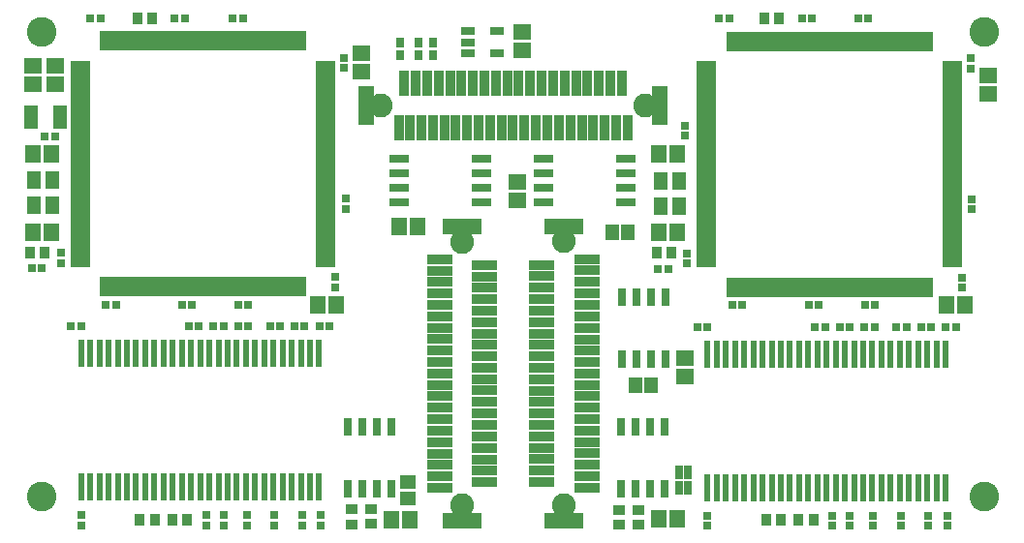
<source format=gts>
G04*
G04 #@! TF.GenerationSoftware,Altium Limited,Altium Designer,21.8.1 (53)*
G04*
G04 Layer_Color=8388736*
%FSLAX25Y25*%
%MOIN*%
G70*
G04*
G04 #@! TF.SameCoordinates,5DCC281E-C3AB-4BB6-AEF3-D9D34D3A5336*
G04*
G04*
G04 #@! TF.FilePolarity,Negative*
G04*
G01*
G75*
%ADD39R,0.05912X0.05518*%
%ADD40R,0.05518X0.05912*%
%ADD41R,0.05124X0.05912*%
%ADD42R,0.08600X0.03200*%
%ADD43R,0.13800X0.05500*%
%ADD44R,0.03200X0.08600*%
%ADD45R,0.05500X0.13800*%
%ADD46R,0.06896X0.02959*%
%ADD47R,0.04731X0.07880*%
%ADD48R,0.04737X0.02769*%
%ADD49R,0.06607X0.01981*%
%ADD50R,0.01981X0.06607*%
%ADD51R,0.02769X0.04737*%
%ADD52R,0.04140X0.03747*%
%ADD53R,0.02959X0.06404*%
%ADD54R,0.02762X0.03353*%
%ADD55R,0.05124X0.02762*%
%ADD56R,0.02400X0.09400*%
%ADD57R,0.03747X0.04140*%
%ADD58R,0.02762X0.02920*%
%ADD59R,0.02920X0.02762*%
%ADD60C,0.08200*%
%ADD61C,0.10243*%
D39*
X201327Y446064D02*
D03*
Y452363D02*
D03*
X209000Y452299D02*
D03*
Y446000D02*
D03*
X425500Y345350D02*
D03*
Y351650D02*
D03*
X369500Y457701D02*
D03*
Y464000D02*
D03*
X368000Y412299D02*
D03*
Y406000D02*
D03*
X530000Y442850D02*
D03*
X314291Y456811D02*
D03*
X530000Y449150D02*
D03*
X314291Y450512D02*
D03*
D40*
X416528Y394949D02*
D03*
X422828D02*
D03*
X333650Y397000D02*
D03*
X327350D02*
D03*
X416701Y296500D02*
D03*
X423000D02*
D03*
X330799Y296000D02*
D03*
X324500D02*
D03*
X207441Y422161D02*
D03*
X201142Y395161D02*
D03*
X422782Y421943D02*
D03*
X521992Y369937D02*
D03*
X305441Y370161D02*
D03*
X416482Y421943D02*
D03*
X515693Y369937D02*
D03*
X201142Y422161D02*
D03*
X207441Y395161D02*
D03*
X299142Y370161D02*
D03*
D41*
X417193Y412768D02*
D03*
Y404106D02*
D03*
X423492Y412768D02*
D03*
X423492Y404106D02*
D03*
X201642Y412992D02*
D03*
X207941Y412992D02*
D03*
X201642Y404331D02*
D03*
X207941D02*
D03*
D42*
X356691Y309061D02*
D03*
Y312961D02*
D03*
X356691Y316861D02*
D03*
X356691Y320861D02*
D03*
Y324761D02*
D03*
Y328761D02*
D03*
Y332661D02*
D03*
X341291Y334661D02*
D03*
X356691Y336561D02*
D03*
X356691Y340561D02*
D03*
X356691Y344461D02*
D03*
Y348361D02*
D03*
X356691Y352361D02*
D03*
X356691Y356261D02*
D03*
Y360161D02*
D03*
X356691Y364161D02*
D03*
X356691Y368061D02*
D03*
X356691Y372061D02*
D03*
Y375961D02*
D03*
X356691Y379861D02*
D03*
X356691Y383861D02*
D03*
X341291Y307061D02*
D03*
X341291Y310962D02*
D03*
Y314961D02*
D03*
X341291Y318861D02*
D03*
X341291Y322761D02*
D03*
X341291Y326761D02*
D03*
Y330661D02*
D03*
Y338561D02*
D03*
Y342461D02*
D03*
Y346461D02*
D03*
Y350361D02*
D03*
Y354261D02*
D03*
Y358261D02*
D03*
Y362161D02*
D03*
Y366161D02*
D03*
Y370061D02*
D03*
Y373961D02*
D03*
Y377961D02*
D03*
Y381861D02*
D03*
Y385761D02*
D03*
X391758Y307112D02*
D03*
X376358Y309012D02*
D03*
X391758Y311012D02*
D03*
X376358Y313012D02*
D03*
X391758Y314912D02*
D03*
X376358Y316912D02*
D03*
X391758Y318912D02*
D03*
X376358Y320812D02*
D03*
X391758Y322812D02*
D03*
X376358Y324812D02*
D03*
X391758Y326712D02*
D03*
X376358Y328712D02*
D03*
X391758Y330712D02*
D03*
X376358Y332712D02*
D03*
X391758Y334612D02*
D03*
X376358Y336612D02*
D03*
X391758Y338612D02*
D03*
X376358Y340512D02*
D03*
X391758Y342512D02*
D03*
X376358Y344512D02*
D03*
X391758Y346412D02*
D03*
X376358Y348412D02*
D03*
X391758Y350412D02*
D03*
X376358Y352312D02*
D03*
X391758Y354312D02*
D03*
X376358Y356312D02*
D03*
X391758Y358212D02*
D03*
X376358Y360212D02*
D03*
X391758Y362212D02*
D03*
X376358Y364112D02*
D03*
X391758Y366112D02*
D03*
X376358Y368112D02*
D03*
X391758Y370112D02*
D03*
X376358Y372012D02*
D03*
X391758Y374012D02*
D03*
X376358Y376012D02*
D03*
X391758Y377912D02*
D03*
X376358Y379912D02*
D03*
X391758Y381912D02*
D03*
X376358Y383812D02*
D03*
X391758Y385812D02*
D03*
D43*
X348991Y397061D02*
D03*
Y295861D02*
D03*
X384058Y397012D02*
D03*
Y295812D02*
D03*
D44*
X327100Y431100D02*
D03*
X350700D02*
D03*
X331000Y431100D02*
D03*
X399900Y446500D02*
D03*
X396000D02*
D03*
X392000D02*
D03*
X388100D02*
D03*
X384100D02*
D03*
X329000D02*
D03*
X333000D02*
D03*
X334900Y431100D02*
D03*
X336900Y446500D02*
D03*
X338900Y431100D02*
D03*
X340800Y446500D02*
D03*
X342800Y431100D02*
D03*
X344800Y446500D02*
D03*
X346700Y431100D02*
D03*
X348700Y446500D02*
D03*
X352700D02*
D03*
X354600Y431100D02*
D03*
X356600Y446500D02*
D03*
X358600Y431100D02*
D03*
X360500Y446500D02*
D03*
X362500Y431100D02*
D03*
X364500Y446500D02*
D03*
X366400Y431100D02*
D03*
X368400Y446500D02*
D03*
X370400Y431100D02*
D03*
X372300Y446500D02*
D03*
X374300Y431100D02*
D03*
X376300Y446500D02*
D03*
X378200Y431100D02*
D03*
X380200Y446500D02*
D03*
X382200Y431100D02*
D03*
X386100D02*
D03*
X390100D02*
D03*
X394000D02*
D03*
X397900D02*
D03*
X401900D02*
D03*
X403800Y446500D02*
D03*
X405800Y431100D02*
D03*
D45*
X417000Y438800D02*
D03*
X315800D02*
D03*
D46*
X327327Y405500D02*
D03*
Y410500D02*
D03*
Y415500D02*
D03*
Y420500D02*
D03*
X355673D02*
D03*
Y415500D02*
D03*
Y410500D02*
D03*
Y405500D02*
D03*
X405173D02*
D03*
Y410500D02*
D03*
Y415500D02*
D03*
Y420500D02*
D03*
X376827D02*
D03*
Y415500D02*
D03*
Y410500D02*
D03*
Y405500D02*
D03*
D47*
X200679Y434800D02*
D03*
X210521D02*
D03*
D48*
X406012Y396378D02*
D03*
Y393622D02*
D03*
X400500Y396378D02*
D03*
Y393622D02*
D03*
X414012Y343878D02*
D03*
X414012Y341122D02*
D03*
X408500Y343878D02*
D03*
Y341122D02*
D03*
D49*
X217516Y453110D02*
D03*
Y451142D02*
D03*
Y449173D02*
D03*
Y447205D02*
D03*
Y445236D02*
D03*
Y443268D02*
D03*
Y441299D02*
D03*
Y439331D02*
D03*
Y437362D02*
D03*
Y435394D02*
D03*
Y433425D02*
D03*
Y431457D02*
D03*
Y429488D02*
D03*
Y427520D02*
D03*
Y425551D02*
D03*
Y423583D02*
D03*
Y421614D02*
D03*
Y419646D02*
D03*
Y417677D02*
D03*
Y415709D02*
D03*
Y413740D02*
D03*
Y411772D02*
D03*
Y409803D02*
D03*
Y407835D02*
D03*
Y405866D02*
D03*
Y403898D02*
D03*
Y401929D02*
D03*
Y399961D02*
D03*
Y397992D02*
D03*
Y396024D02*
D03*
Y394055D02*
D03*
Y392087D02*
D03*
Y390118D02*
D03*
Y388150D02*
D03*
Y386181D02*
D03*
Y384213D02*
D03*
X302067D02*
D03*
Y386181D02*
D03*
Y388150D02*
D03*
Y390118D02*
D03*
Y392087D02*
D03*
Y394055D02*
D03*
Y396024D02*
D03*
Y397992D02*
D03*
Y399961D02*
D03*
Y401929D02*
D03*
Y403898D02*
D03*
Y405866D02*
D03*
Y407835D02*
D03*
Y409803D02*
D03*
Y411772D02*
D03*
Y413740D02*
D03*
Y415709D02*
D03*
Y417677D02*
D03*
Y419646D02*
D03*
Y421614D02*
D03*
Y423583D02*
D03*
Y425551D02*
D03*
Y427520D02*
D03*
Y429488D02*
D03*
Y431457D02*
D03*
Y433425D02*
D03*
Y435394D02*
D03*
Y437362D02*
D03*
Y439331D02*
D03*
Y441299D02*
D03*
Y443268D02*
D03*
Y445236D02*
D03*
Y447205D02*
D03*
Y449173D02*
D03*
Y451142D02*
D03*
Y453110D02*
D03*
X517618Y452886D02*
D03*
Y450917D02*
D03*
Y448949D02*
D03*
Y446980D02*
D03*
Y445012D02*
D03*
Y443043D02*
D03*
Y441075D02*
D03*
Y439106D02*
D03*
Y437138D02*
D03*
Y435169D02*
D03*
Y433201D02*
D03*
Y431232D02*
D03*
Y429264D02*
D03*
Y427295D02*
D03*
Y425327D02*
D03*
Y423358D02*
D03*
Y421390D02*
D03*
Y419421D02*
D03*
Y417453D02*
D03*
Y415484D02*
D03*
Y413516D02*
D03*
Y411547D02*
D03*
Y409579D02*
D03*
Y407610D02*
D03*
Y405642D02*
D03*
Y403673D02*
D03*
Y401705D02*
D03*
Y399736D02*
D03*
Y397768D02*
D03*
Y395799D02*
D03*
Y393831D02*
D03*
Y391862D02*
D03*
Y389894D02*
D03*
Y387925D02*
D03*
Y385957D02*
D03*
Y383988D02*
D03*
X433067D02*
D03*
Y385957D02*
D03*
Y387925D02*
D03*
Y389894D02*
D03*
Y391862D02*
D03*
Y393831D02*
D03*
Y395799D02*
D03*
Y397768D02*
D03*
Y399736D02*
D03*
Y401705D02*
D03*
Y403673D02*
D03*
Y405642D02*
D03*
Y407610D02*
D03*
Y409579D02*
D03*
Y411547D02*
D03*
Y413516D02*
D03*
Y415484D02*
D03*
Y417453D02*
D03*
Y419421D02*
D03*
Y421390D02*
D03*
Y423358D02*
D03*
Y425327D02*
D03*
Y427295D02*
D03*
Y429264D02*
D03*
Y431232D02*
D03*
Y433201D02*
D03*
Y435169D02*
D03*
Y437138D02*
D03*
Y439106D02*
D03*
Y441075D02*
D03*
Y443043D02*
D03*
Y445012D02*
D03*
Y446980D02*
D03*
Y448949D02*
D03*
Y450917D02*
D03*
Y452886D02*
D03*
D50*
X225342Y376386D02*
D03*
X227311D02*
D03*
X229279D02*
D03*
X231248D02*
D03*
X233217D02*
D03*
X235185D02*
D03*
X237154D02*
D03*
X239122D02*
D03*
X241090D02*
D03*
X243059D02*
D03*
X245028D02*
D03*
X246996D02*
D03*
X248965D02*
D03*
X250933D02*
D03*
X252902D02*
D03*
X254870D02*
D03*
X256839D02*
D03*
X258807D02*
D03*
X260776D02*
D03*
X262744D02*
D03*
X264713D02*
D03*
X266681D02*
D03*
X268650D02*
D03*
X270618D02*
D03*
X272587D02*
D03*
X274555D02*
D03*
X276524D02*
D03*
X278492D02*
D03*
X280461D02*
D03*
X282429D02*
D03*
X284398D02*
D03*
X286366D02*
D03*
X288335D02*
D03*
X290303D02*
D03*
X292272D02*
D03*
X294240D02*
D03*
Y460937D02*
D03*
X292272D02*
D03*
X290303D02*
D03*
X288335D02*
D03*
X286366D02*
D03*
X284398D02*
D03*
X282429D02*
D03*
X280461D02*
D03*
X278492D02*
D03*
X276524D02*
D03*
X274555D02*
D03*
X272587D02*
D03*
X270618D02*
D03*
X268650D02*
D03*
X266681D02*
D03*
X264713D02*
D03*
X262744D02*
D03*
X260776D02*
D03*
X258807D02*
D03*
X256839D02*
D03*
X254870D02*
D03*
X252902D02*
D03*
X250933D02*
D03*
X248965D02*
D03*
X246996D02*
D03*
X245028D02*
D03*
X243059D02*
D03*
X241090D02*
D03*
X239122D02*
D03*
X237154D02*
D03*
X235185D02*
D03*
X233217D02*
D03*
X231248D02*
D03*
X229279D02*
D03*
X227311D02*
D03*
X225342D02*
D03*
X440894Y460713D02*
D03*
X442862D02*
D03*
X444831D02*
D03*
X446799D02*
D03*
X448768D02*
D03*
X450736D02*
D03*
X452705D02*
D03*
X454673D02*
D03*
X456642D02*
D03*
X458610D02*
D03*
X460579D02*
D03*
X462547D02*
D03*
X464516D02*
D03*
X466484D02*
D03*
X468453D02*
D03*
X470421D02*
D03*
X472390D02*
D03*
X474358D02*
D03*
X476327D02*
D03*
X478295D02*
D03*
X480264D02*
D03*
X482232D02*
D03*
X484201D02*
D03*
X486169D02*
D03*
X488138D02*
D03*
X490106D02*
D03*
X492075D02*
D03*
X494043D02*
D03*
X496012D02*
D03*
X497980D02*
D03*
X499949D02*
D03*
X501917D02*
D03*
X503886D02*
D03*
X505854D02*
D03*
X507823D02*
D03*
X509791D02*
D03*
Y376161D02*
D03*
X507823D02*
D03*
X505854D02*
D03*
X503886D02*
D03*
X501917D02*
D03*
X499949D02*
D03*
X497980D02*
D03*
X496012D02*
D03*
X494043D02*
D03*
X492075D02*
D03*
X490106D02*
D03*
X488138D02*
D03*
X486169D02*
D03*
X484201D02*
D03*
X482232D02*
D03*
X480264D02*
D03*
X478295D02*
D03*
X476327D02*
D03*
X474358D02*
D03*
X472390D02*
D03*
X470421D02*
D03*
X468453D02*
D03*
X466484D02*
D03*
X464516D02*
D03*
X462547D02*
D03*
X460579D02*
D03*
X458610D02*
D03*
X456642D02*
D03*
X454673D02*
D03*
X452705D02*
D03*
X450736D02*
D03*
X448768D02*
D03*
X446799D02*
D03*
X444831D02*
D03*
X442862D02*
D03*
X440894D02*
D03*
D51*
X426500Y306988D02*
D03*
X423744Y306988D02*
D03*
X426500Y312500D02*
D03*
X423744Y312500D02*
D03*
X329000Y309000D02*
D03*
X331756D02*
D03*
X329000Y303488D02*
D03*
X331756D02*
D03*
D52*
X317500Y299740D02*
D03*
Y294622D02*
D03*
X311000Y299618D02*
D03*
Y294500D02*
D03*
X403000Y299500D02*
D03*
Y294382D02*
D03*
X409500Y299500D02*
D03*
Y294382D02*
D03*
D53*
X419000Y351323D02*
D03*
X414000D02*
D03*
X409000D02*
D03*
X404000D02*
D03*
Y372677D02*
D03*
X409000D02*
D03*
X414000D02*
D03*
X419000D02*
D03*
X418500Y306823D02*
D03*
X413500D02*
D03*
X408500D02*
D03*
X403500D02*
D03*
Y328177D02*
D03*
X408500D02*
D03*
X413500D02*
D03*
X418500D02*
D03*
X324500Y306823D02*
D03*
X319500D02*
D03*
X314500D02*
D03*
X309500D02*
D03*
Y328177D02*
D03*
X314500D02*
D03*
X319500D02*
D03*
X324500D02*
D03*
D54*
X339000Y456000D02*
D03*
Y460528D02*
D03*
X334000Y456000D02*
D03*
Y460528D02*
D03*
X327500Y456000D02*
D03*
Y460528D02*
D03*
D55*
X351079Y464240D02*
D03*
X351079Y460500D02*
D03*
X351079Y456760D02*
D03*
X360921D02*
D03*
Y464240D02*
D03*
D56*
X299736Y307339D02*
D03*
X296587D02*
D03*
X293437D02*
D03*
X290287D02*
D03*
X287138D02*
D03*
X283988D02*
D03*
X280839D02*
D03*
X277689D02*
D03*
X274539D02*
D03*
X271390D02*
D03*
X268240D02*
D03*
X265090D02*
D03*
X261941D02*
D03*
X258791D02*
D03*
X255642D02*
D03*
X252492D02*
D03*
X249342D02*
D03*
X246193D02*
D03*
X243043D02*
D03*
X239894D02*
D03*
X236744D02*
D03*
X233594D02*
D03*
X230445D02*
D03*
X227295D02*
D03*
X224146D02*
D03*
X220996D02*
D03*
X217846D02*
D03*
Y353402D02*
D03*
X220996D02*
D03*
X224146D02*
D03*
X227295D02*
D03*
X230445D02*
D03*
X233594D02*
D03*
X236744D02*
D03*
X239894D02*
D03*
X243043D02*
D03*
X246193D02*
D03*
X249342D02*
D03*
X252492D02*
D03*
X255642D02*
D03*
X258791D02*
D03*
X261941D02*
D03*
X265090D02*
D03*
X268240D02*
D03*
X271390D02*
D03*
X274539D02*
D03*
X277689D02*
D03*
X280839D02*
D03*
X283988D02*
D03*
X287138D02*
D03*
X290287D02*
D03*
X293437D02*
D03*
X296587D02*
D03*
X299736D02*
D03*
X458589Y307120D02*
D03*
X471187D02*
D03*
X502683D02*
D03*
X480636D02*
D03*
X499534D02*
D03*
X433392Y353183D02*
D03*
X474337D02*
D03*
X490085D02*
D03*
X515281D02*
D03*
X508982D02*
D03*
X464888Y307120D02*
D03*
X452289Y353183D02*
D03*
X505833Y307120D02*
D03*
X439691Y353183D02*
D03*
X468037Y307120D02*
D03*
X502683Y353183D02*
D03*
X496384Y307120D02*
D03*
X477486D02*
D03*
X493234Y353183D02*
D03*
X455439Y307120D02*
D03*
X445990D02*
D03*
X458589Y353183D02*
D03*
X455439D02*
D03*
X496384D02*
D03*
X505833D02*
D03*
X512132D02*
D03*
X493234Y307120D02*
D03*
X477486Y353183D02*
D03*
X452289Y307120D02*
D03*
X436541D02*
D03*
X461738D02*
D03*
X433392D02*
D03*
X474337D02*
D03*
X490085D02*
D03*
X480636Y353183D02*
D03*
X508982Y307120D02*
D03*
X499534Y353183D02*
D03*
X515281Y307120D02*
D03*
X486935D02*
D03*
X483785Y353183D02*
D03*
X442840Y307120D02*
D03*
X461738Y353183D02*
D03*
X442840D02*
D03*
X471187D02*
D03*
X512132Y307120D02*
D03*
X436541Y353183D02*
D03*
X464888D02*
D03*
X483785Y307120D02*
D03*
X486935Y353183D02*
D03*
X449140D02*
D03*
Y307120D02*
D03*
X468037Y353183D02*
D03*
X445990D02*
D03*
X439691Y307120D02*
D03*
D57*
X243173Y296161D02*
D03*
X238055D02*
D03*
X249173D02*
D03*
X254291D02*
D03*
X205350Y388161D02*
D03*
X200232D02*
D03*
X420902Y387937D02*
D03*
X464724Y296035D02*
D03*
X453606Y296134D02*
D03*
X457909Y468661D02*
D03*
X242409D02*
D03*
X469842Y296035D02*
D03*
X452791Y468661D02*
D03*
X415784Y387937D02*
D03*
X458724Y296134D02*
D03*
X237291Y468661D02*
D03*
D58*
X266791Y362661D02*
D03*
X263327D02*
D03*
X303256D02*
D03*
X299791D02*
D03*
X294756D02*
D03*
X291291D02*
D03*
X282791D02*
D03*
X286256D02*
D03*
X271827D02*
D03*
X275291D02*
D03*
X254827D02*
D03*
X258291D02*
D03*
X214327D02*
D03*
X217791D02*
D03*
X482232Y362500D02*
D03*
X478768D02*
D03*
X470372Y362437D02*
D03*
X473837D02*
D03*
X275281Y370161D02*
D03*
X271817D02*
D03*
X433343Y362437D02*
D03*
X429878D02*
D03*
X490842D02*
D03*
X487378D02*
D03*
X498343D02*
D03*
X501807D02*
D03*
X506843D02*
D03*
X510307D02*
D03*
X515343D02*
D03*
X518807D02*
D03*
X419842Y382437D02*
D03*
X200827Y382661D02*
D03*
X416378Y382437D02*
D03*
X468110Y369937D02*
D03*
X487610D02*
D03*
X437327Y468661D02*
D03*
X469256D02*
D03*
X205327Y428161D02*
D03*
X441878Y369937D02*
D03*
X488756Y468661D02*
D03*
X221059D02*
D03*
X273524D02*
D03*
X253524D02*
D03*
X252559Y370161D02*
D03*
X226327D02*
D03*
X465791Y468661D02*
D03*
X485291D02*
D03*
X440791D02*
D03*
X491075Y369937D02*
D03*
X471575D02*
D03*
X445342D02*
D03*
X270059Y468661D02*
D03*
X250059D02*
D03*
X208791Y428161D02*
D03*
X224524Y468661D02*
D03*
X256024Y370161D02*
D03*
X229791D02*
D03*
X204291Y382661D02*
D03*
D59*
X300331Y297661D02*
D03*
Y294197D02*
D03*
X293791Y297661D02*
D03*
Y294197D02*
D03*
X284291D02*
D03*
Y297661D02*
D03*
X274791D02*
D03*
Y294197D02*
D03*
X266791Y294197D02*
D03*
Y297661D02*
D03*
X260791D02*
D03*
Y294197D02*
D03*
X217791Y297661D02*
D03*
Y294197D02*
D03*
X524205Y402964D02*
D03*
X425500Y431732D02*
D03*
X426387Y384232D02*
D03*
X520843Y379437D02*
D03*
X523842Y451437D02*
D03*
X482342Y297437D02*
D03*
X476342Y293972D02*
D03*
X490343D02*
D03*
X433385Y294015D02*
D03*
X515882Y293972D02*
D03*
X499843Y297437D02*
D03*
X509342Y293972D02*
D03*
X308291Y451661D02*
D03*
X308791Y403197D02*
D03*
X210836Y384457D02*
D03*
X305291Y379626D02*
D03*
X425500Y428268D02*
D03*
X426387Y387697D02*
D03*
X524205Y406428D02*
D03*
X520843Y375972D02*
D03*
X523842Y454902D02*
D03*
X308291Y455126D02*
D03*
X210836Y387921D02*
D03*
X308791Y406661D02*
D03*
X305291Y376161D02*
D03*
X482342Y293972D02*
D03*
X490343Y297437D02*
D03*
X433385Y297479D02*
D03*
X476342Y297437D02*
D03*
X509342D02*
D03*
X515882D02*
D03*
X499843Y293972D02*
D03*
D60*
X348991Y391861D02*
D03*
Y300961D02*
D03*
X411900Y438800D02*
D03*
X321000D02*
D03*
X384058Y391912D02*
D03*
Y301012D02*
D03*
D61*
X528709Y464161D02*
D03*
Y304161D02*
D03*
X204291Y464161D02*
D03*
Y304161D02*
D03*
M02*

</source>
